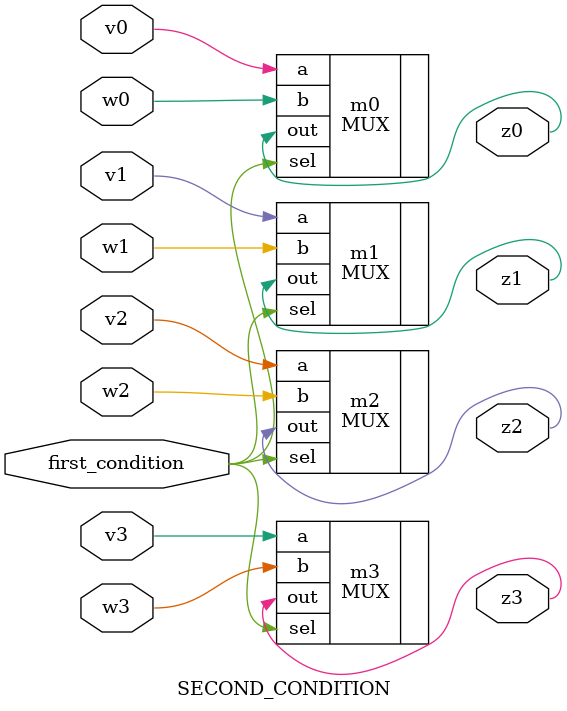
<source format=v>
`include "mux.v"

module SECOND_CONDITION (
    first_condition,
    v3, w3,
    v2, w2,
    v1, w1,
    v0, w0,
    z3, z2, z1, z0
);
    input   first_condition,
            v3, w3,
            v2, w2,
            v1, w1,
            v0, w0;
    output  z3, z2, z1, z0;

    MUX m3 (
        .sel(first_condition),
        .a(v3),
        .b(w3),
        .out(z3)
    );

    MUX m2 (
        .sel(first_condition),
        .a(v2),
        .b(w2),
        .out(z2)
    );

    MUX m1 (
        .sel(first_condition),
        .a(v1),
        .b(w1),
        .out(z1)
    );   

    MUX m0 (
        .sel(first_condition),
        .a(v0),
        .b(w0),
        .out(z0)
    ); 

endmodule
</source>
